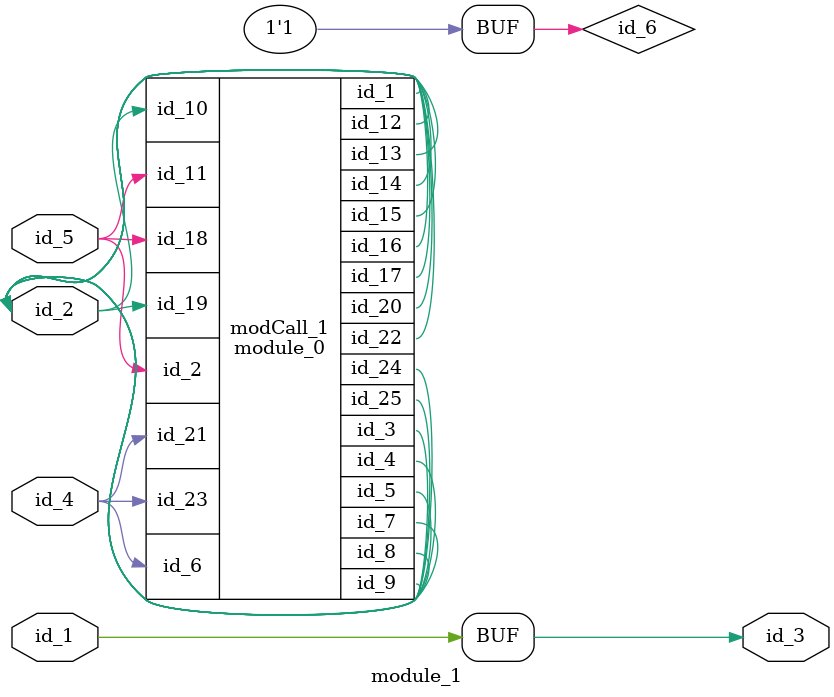
<source format=v>
module module_0 (
    id_1,
    id_2,
    id_3,
    id_4,
    id_5,
    id_6,
    id_7,
    id_8,
    id_9,
    id_10,
    id_11,
    id_12,
    id_13,
    id_14,
    id_15,
    id_16,
    id_17,
    id_18,
    id_19,
    id_20,
    id_21,
    id_22,
    id_23,
    id_24,
    id_25
);
  output wire id_25;
  inout wire id_24;
  input wire id_23;
  inout wire id_22;
  input wire id_21;
  inout wire id_20;
  input wire id_19;
  input wire id_18;
  output wire id_17;
  inout wire id_16;
  output wire id_15;
  output wire id_14;
  output wire id_13;
  inout wire id_12;
  input wire id_11;
  input wire id_10;
  output wire id_9;
  output wire id_8;
  output wire id_7;
  input wire id_6;
  output wire id_5;
  inout wire id_4;
  output wire id_3;
  input wire id_2;
  output wire id_1;
  wire  id_26  ,  id_27  ,  id_28  ,  id_29  ,  id_30  ,  id_31  ,  id_32  ,  id_33  ,  id_34  ,  id_35  ,  id_36  ,  id_37  ,  id_38  ,  id_39  ,  id_40  ,  id_41  ,  id_42  ,  id_43  ,  id_44  ,  id_45  ,  id_46  ,  id_47  ,  id_48  ,  id_49  ,  id_50  ,  id_51  ,  id_52  ,  id_53  ,  id_54  ,  id_55  ,  id_56  ,  id_57  ,  id_58  ,  id_59  ,  id_60  ,  id_61  ,  id_62  ,  id_63  ,  id_64  ,  id_65  ;
  wire id_66;
  wire id_67;
  wire id_68, id_69, id_70;
endmodule
module module_1 (
    id_1,
    id_2,
    id_3,
    id_4,
    id_5
);
  input wire id_5;
  input wire id_4;
  output wire id_3;
  inout wire id_2;
  inout wire id_1;
  reg id_6;
  always @(id_4) begin : LABEL_0
    #1;
    id_6 <= 1;
    id_3 <= id_1;
  end
  module_0 modCall_1 (
      id_2,
      id_5,
      id_2,
      id_2,
      id_2,
      id_4,
      id_2,
      id_2,
      id_2,
      id_2,
      id_5,
      id_2,
      id_2,
      id_2,
      id_2,
      id_2,
      id_2,
      id_5,
      id_2,
      id_2,
      id_4,
      id_2,
      id_4,
      id_2,
      id_2
  );
endmodule

</source>
